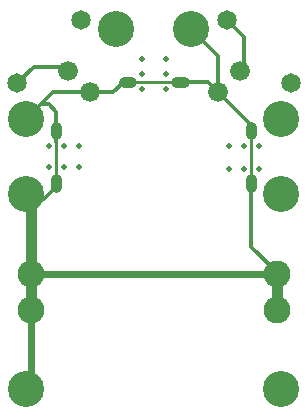
<source format=gbl>
G04 #@! TF.FileFunction,Copper,L2,Bot,Signal*
%FSLAX46Y46*%
G04 Gerber Fmt 4.6, Leading zero omitted, Abs format (unit mm)*
G04 Created by KiCad (PCBNEW (2015-08-15 BZR 6092)-product) date 3/22/2016 8:17:34 PM*
%MOMM*%
G01*
G04 APERTURE LIST*
%ADD10C,0.150000*%
%ADD11C,1.651000*%
%ADD12C,1.676400*%
%ADD13C,3.048000*%
%ADD14C,0.508000*%
%ADD15C,2.286000*%
%ADD16C,0.304800*%
%ADD17C,0.254000*%
%ADD18C,0.914400*%
%ADD19C,0.609600*%
G04 APERTURE END LIST*
D10*
D11*
X136044077Y-109065923D03*
X130655923Y-114454077D03*
X153824077Y-114454077D03*
X148435923Y-109065923D03*
D12*
X147691974Y-115198026D03*
X149488026Y-113401974D03*
D13*
X139065000Y-109855000D03*
X131445000Y-117475000D03*
D12*
X136788026Y-115198026D03*
X134991974Y-113401974D03*
D14*
X141224000Y-113665000D03*
X141224000Y-114935000D03*
X141224000Y-112395000D03*
X134620000Y-119761000D03*
X135890000Y-119761000D03*
X133350000Y-119761000D03*
X143256000Y-113665000D03*
X143256000Y-112395000D03*
X143256000Y-114935000D03*
D15*
X131826000Y-133604000D03*
X152654000Y-133604000D03*
X131826000Y-130556000D03*
X152654000Y-130556000D03*
D13*
X153035000Y-123825000D03*
X153035000Y-140335000D03*
X131445000Y-123825000D03*
X131445000Y-140335000D03*
D14*
X134620000Y-121539000D03*
X133350000Y-121539000D03*
X135890000Y-121539000D03*
X149860000Y-121666000D03*
X151130000Y-121666000D03*
X148590000Y-121666000D03*
X149860000Y-119761000D03*
X151130000Y-119761000D03*
X148590000Y-119761000D03*
D13*
X145415000Y-109855000D03*
X153035000Y-117475000D03*
D16*
X147691974Y-115198026D02*
X147691974Y-112131974D01*
X147691974Y-112131974D02*
X145415000Y-109855000D01*
X150495000Y-118110000D02*
X150495000Y-118001052D01*
D17*
X150495000Y-118745000D02*
X150495000Y-122555000D01*
D16*
X152654000Y-130556000D02*
X152654000Y-130429000D01*
X150495000Y-128270000D02*
X150495000Y-123190000D01*
X152654000Y-130429000D02*
X150495000Y-128270000D01*
D18*
X150495000Y-122555000D02*
X150495000Y-123190000D01*
X150495000Y-118110000D02*
X150495000Y-118745000D01*
D16*
X150495000Y-118001052D02*
X147691974Y-115198026D01*
D19*
X131826000Y-130556000D02*
X152654000Y-130556000D01*
X131826000Y-133604000D02*
X131826000Y-139954000D01*
X131826000Y-139954000D02*
X131445000Y-140335000D01*
D17*
X144145000Y-114300000D02*
X140335000Y-114300000D01*
D16*
X144780000Y-114300000D02*
X146793948Y-114300000D01*
X138801974Y-115198026D02*
X136788026Y-115198026D01*
X138801974Y-115198026D02*
X139700000Y-114300000D01*
D18*
X140335000Y-114300000D02*
X139700000Y-114300000D01*
X144780000Y-114300000D02*
X144145000Y-114300000D01*
D16*
X147691974Y-115198026D02*
X146793948Y-114300000D01*
D17*
X133985000Y-122555000D02*
X133985000Y-119380000D01*
D16*
X132969000Y-124206000D02*
X133985000Y-123190000D01*
X131826000Y-124206000D02*
X132969000Y-124206000D01*
D18*
X133985000Y-122555000D02*
X133985000Y-123190000D01*
D16*
X133985000Y-119380000D02*
X133985000Y-118745000D01*
D18*
X133985000Y-118110000D02*
X133985000Y-118745000D01*
D16*
X133350000Y-116205000D02*
X132715000Y-116205000D01*
X133985000Y-116840000D02*
X133350000Y-116205000D01*
X133985000Y-118110000D02*
X133985000Y-116840000D01*
X136788026Y-115198026D02*
X133721974Y-115198026D01*
X133721974Y-115198026D02*
X132715000Y-116205000D01*
X132715000Y-116205000D02*
X131445000Y-117475000D01*
D18*
X152654000Y-133604000D02*
X152654000Y-130556000D01*
X131826000Y-133604000D02*
X131826000Y-130556000D01*
X131826000Y-130556000D02*
X131826000Y-124206000D01*
D16*
X148435923Y-109065923D02*
X149860000Y-110490000D01*
X149860000Y-113030000D02*
X149488026Y-113401974D01*
X149860000Y-110490000D02*
X149860000Y-113030000D01*
X130655923Y-114454077D02*
X132080000Y-113030000D01*
X134620000Y-113030000D02*
X134991974Y-113401974D01*
X132080000Y-113030000D02*
X134620000Y-113030000D01*
M02*

</source>
